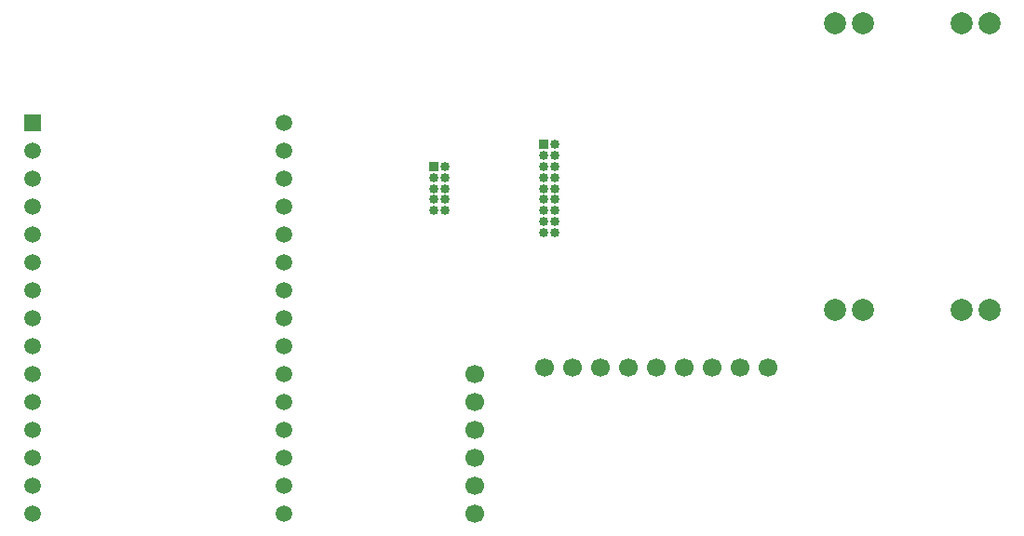
<source format=gbr>
%TF.GenerationSoftware,KiCad,Pcbnew,9.0.2*%
%TF.CreationDate,2025-07-06T16:22:29+02:00*%
%TF.ProjectId,TalkShow,54616c6b-5368-46f7-972e-6b696361645f,rev?*%
%TF.SameCoordinates,Original*%
%TF.FileFunction,Soldermask,Top*%
%TF.FilePolarity,Negative*%
%FSLAX46Y46*%
G04 Gerber Fmt 4.6, Leading zero omitted, Abs format (unit mm)*
G04 Created by KiCad (PCBNEW 9.0.2) date 2025-07-06 16:22:29*
%MOMM*%
%LPD*%
G01*
G04 APERTURE LIST*
%ADD10C,2.000000*%
%ADD11R,0.850000X0.850000*%
%ADD12C,0.850000*%
%ADD13C,1.700000*%
%ADD14C,1.500000*%
%ADD15R,1.500000X1.500000*%
G04 APERTURE END LIST*
D10*
%TO.C,REF\u002A\u002A*%
X167500000Y-61000000D03*
X167500000Y-87000000D03*
X170000000Y-61000000D03*
X170000000Y-87000000D03*
X179000000Y-61000000D03*
X179000000Y-87000000D03*
X181500000Y-61000000D03*
X181500000Y-87000000D03*
%TD*%
D11*
%TO.C,REF\u002A\u002A*%
X141000000Y-72000000D03*
D12*
X142000000Y-72000000D03*
X141000000Y-73000000D03*
X142000000Y-73000000D03*
X141000000Y-74000000D03*
X142000000Y-74000000D03*
X141000000Y-75000000D03*
X142000000Y-75000000D03*
X141000000Y-76000000D03*
X142000000Y-76000000D03*
X141000000Y-77000000D03*
X142000000Y-77000000D03*
X141000000Y-78000000D03*
X142000000Y-78000000D03*
X141000000Y-79000000D03*
X142000000Y-79000000D03*
X141000000Y-80000000D03*
X142000000Y-80000000D03*
%TD*%
D11*
%TO.C,REF\u002A\u002A*%
X131000000Y-74000000D03*
D12*
X132000000Y-74000000D03*
X131000000Y-75000000D03*
X132000000Y-75000000D03*
X131000000Y-76000000D03*
X132000000Y-76000000D03*
X131000000Y-77000000D03*
X132000000Y-77000000D03*
X131000000Y-78000000D03*
X132000000Y-78000000D03*
%TD*%
D13*
%TO.C,REF\u002A\u002A*%
X134695000Y-105600000D03*
X134695000Y-103060000D03*
X134695000Y-100520000D03*
X134695000Y-97980000D03*
X134695000Y-95440000D03*
X134695000Y-92900000D03*
X161365000Y-92265000D03*
X158825000Y-92265000D03*
X156285000Y-92265000D03*
X153745000Y-92265000D03*
X151205000Y-92265000D03*
X148665000Y-92265000D03*
X146125000Y-92265000D03*
X143585000Y-92265000D03*
X141045000Y-92265000D03*
%TD*%
D14*
%TO.C,REF\u002A\u002A*%
X117360000Y-70000000D03*
X117360000Y-72540000D03*
X117360000Y-75080000D03*
X117360000Y-77620000D03*
X117360000Y-80160000D03*
X117360000Y-82700000D03*
X117360000Y-85240000D03*
X117360000Y-87780000D03*
X117360000Y-90320000D03*
X117360000Y-92860000D03*
X117360000Y-95400000D03*
X117360000Y-97940000D03*
X117360000Y-100480000D03*
X117360000Y-103020000D03*
X117360000Y-105560000D03*
X94500000Y-105560000D03*
X94500000Y-103020000D03*
X94500000Y-100480000D03*
X94500000Y-97940000D03*
X94500000Y-95400000D03*
X94500000Y-92860000D03*
X94500000Y-90320000D03*
X94500000Y-87780000D03*
X94500000Y-85240000D03*
X94500000Y-82700000D03*
X94500000Y-80160000D03*
X94500000Y-77620000D03*
X94500000Y-75080000D03*
X94500000Y-72540000D03*
D15*
X94500000Y-70000000D03*
%TD*%
M02*

</source>
